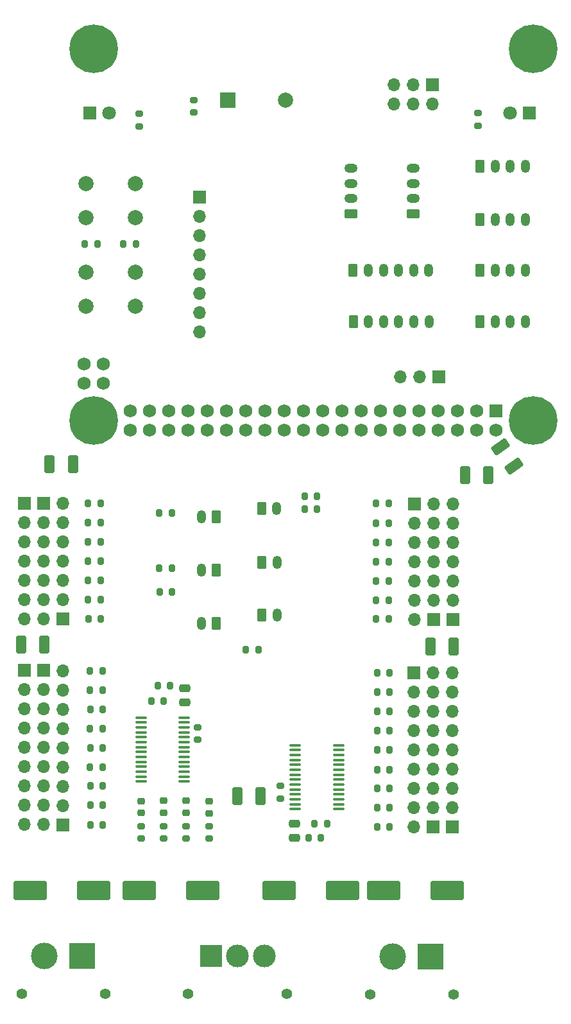
<source format=gbr>
%TF.GenerationSoftware,KiCad,Pcbnew,8.0.1*%
%TF.CreationDate,2024-08-18T09:48:25+02:00*%
%TF.ProjectId,robal_rpi_ioBoard,726f6261-6c5f-4727-9069-5f696f426f61,rev?*%
%TF.SameCoordinates,Original*%
%TF.FileFunction,Soldermask,Top*%
%TF.FilePolarity,Negative*%
%FSLAX46Y46*%
G04 Gerber Fmt 4.6, Leading zero omitted, Abs format (unit mm)*
G04 Created by KiCad (PCBNEW 8.0.1) date 2024-08-18 09:48:25*
%MOMM*%
%LPD*%
G01*
G04 APERTURE LIST*
G04 Aperture macros list*
%AMRoundRect*
0 Rectangle with rounded corners*
0 $1 Rounding radius*
0 $2 $3 $4 $5 $6 $7 $8 $9 X,Y pos of 4 corners*
0 Add a 4 corners polygon primitive as box body*
4,1,4,$2,$3,$4,$5,$6,$7,$8,$9,$2,$3,0*
0 Add four circle primitives for the rounded corners*
1,1,$1+$1,$2,$3*
1,1,$1+$1,$4,$5*
1,1,$1+$1,$6,$7*
1,1,$1+$1,$8,$9*
0 Add four rect primitives between the rounded corners*
20,1,$1+$1,$2,$3,$4,$5,0*
20,1,$1+$1,$4,$5,$6,$7,0*
20,1,$1+$1,$6,$7,$8,$9,0*
20,1,$1+$1,$8,$9,$2,$3,0*%
G04 Aperture macros list end*
%ADD10RoundRect,0.200000X0.200000X0.275000X-0.200000X0.275000X-0.200000X-0.275000X0.200000X-0.275000X0*%
%ADD11RoundRect,0.218750X-0.256250X0.218750X-0.256250X-0.218750X0.256250X-0.218750X0.256250X0.218750X0*%
%ADD12RoundRect,0.200000X-0.200000X-0.275000X0.200000X-0.275000X0.200000X0.275000X-0.200000X0.275000X0*%
%ADD13RoundRect,0.250000X0.412500X0.925000X-0.412500X0.925000X-0.412500X-0.925000X0.412500X-0.925000X0*%
%ADD14R,1.700000X1.700000*%
%ADD15O,1.700000X1.700000*%
%ADD16RoundRect,0.200000X-0.275000X0.200000X-0.275000X-0.200000X0.275000X-0.200000X0.275000X0.200000X0*%
%ADD17C,1.400000*%
%ADD18R,3.500000X3.500000*%
%ADD19C,3.500000*%
%ADD20RoundRect,0.250000X-0.350000X-0.625000X0.350000X-0.625000X0.350000X0.625000X-0.350000X0.625000X0*%
%ADD21O,1.200000X1.750000*%
%ADD22R,3.000000X3.000000*%
%ADD23C,3.000000*%
%ADD24R,1.800000X1.800000*%
%ADD25C,1.800000*%
%ADD26RoundRect,0.250000X0.625000X-0.350000X0.625000X0.350000X-0.625000X0.350000X-0.625000X-0.350000X0*%
%ADD27O,1.750000X1.200000*%
%ADD28RoundRect,0.102000X0.762000X0.762000X-0.762000X0.762000X-0.762000X-0.762000X0.762000X-0.762000X0*%
%ADD29C,1.728000*%
%ADD30C,6.404000*%
%ADD31RoundRect,0.250000X0.350000X0.625000X-0.350000X0.625000X-0.350000X-0.625000X0.350000X-0.625000X0*%
%ADD32RoundRect,0.250000X-0.412500X-0.925000X0.412500X-0.925000X0.412500X0.925000X-0.412500X0.925000X0*%
%ADD33RoundRect,0.250000X-0.475000X0.250000X-0.475000X-0.250000X0.475000X-0.250000X0.475000X0.250000X0*%
%ADD34RoundRect,0.250000X1.950000X1.000000X-1.950000X1.000000X-1.950000X-1.000000X1.950000X-1.000000X0*%
%ADD35R,2.000000X2.000000*%
%ADD36C,2.000000*%
%ADD37RoundRect,0.250000X-1.950000X-1.000000X1.950000X-1.000000X1.950000X1.000000X-1.950000X1.000000X0*%
%ADD38RoundRect,0.100000X0.637500X0.100000X-0.637500X0.100000X-0.637500X-0.100000X0.637500X-0.100000X0*%
%ADD39RoundRect,0.250000X0.475000X-0.250000X0.475000X0.250000X-0.475000X0.250000X-0.475000X-0.250000X0*%
%ADD40RoundRect,0.250000X-0.994316X-0.192658X-0.521115X-0.868458X0.994316X0.192658X0.521115X0.868458X0*%
%ADD41RoundRect,0.200000X0.275000X-0.200000X0.275000X0.200000X-0.275000X0.200000X-0.275000X-0.200000X0*%
%ADD42RoundRect,0.100000X-0.637500X-0.100000X0.637500X-0.100000X0.637500X0.100000X-0.637500X0.100000X0*%
G04 APERTURE END LIST*
D10*
%TO.C,R50*%
X48250000Y-73750000D03*
X46600000Y-73750000D03*
%TD*%
D11*
%TO.C,5V1*%
X60000000Y-147175000D03*
X60000000Y-148750000D03*
%TD*%
D12*
%TO.C,R24*%
X76924129Y-150220191D03*
X78574129Y-150220191D03*
%TD*%
%TO.C,R51*%
X75600000Y-107000000D03*
X77250000Y-107000000D03*
%TD*%
D10*
%TO.C,R14*%
X48662155Y-110466823D03*
X47012155Y-110466823D03*
%TD*%
D12*
%TO.C,R38*%
X85023592Y-120721794D03*
X86673592Y-120721794D03*
%TD*%
D10*
%TO.C,R23*%
X77769714Y-152092283D03*
X76119714Y-152092283D03*
%TD*%
D13*
%TO.C,C5*%
X45037500Y-102750000D03*
X41962500Y-102750000D03*
%TD*%
D10*
%TO.C,R15*%
X48662155Y-118086823D03*
X47012155Y-118086823D03*
%TD*%
%TO.C,R13*%
X48989539Y-147781634D03*
X47339539Y-147781634D03*
%TD*%
%TO.C,R20*%
X48662155Y-120626823D03*
X47012155Y-120626823D03*
%TD*%
D14*
%TO.C,GY-87*%
X61750000Y-67590000D03*
D15*
X61750000Y-70130000D03*
X61750000Y-72670000D03*
X61750000Y-75210000D03*
X61750000Y-77750000D03*
X61750000Y-80290000D03*
X61750000Y-82830000D03*
X61750000Y-85370000D03*
%TD*%
D14*
%TO.C,J1*%
X93275000Y-91250000D03*
D15*
X90735000Y-91250000D03*
X88195000Y-91250000D03*
%TD*%
D10*
%TO.C,R3*%
X57000000Y-134000000D03*
X55350000Y-134000000D03*
%TD*%
D16*
%TO.C,R28*%
X60000000Y-150500000D03*
X60000000Y-152150000D03*
%TD*%
D17*
%TO.C,J2*%
X49250000Y-172600000D03*
X38250000Y-172600000D03*
D18*
X46250000Y-167600000D03*
D19*
X41250000Y-167600000D03*
%TD*%
D16*
%TO.C,R26*%
X56981717Y-150500000D03*
X56981717Y-152150000D03*
%TD*%
D14*
%TO.C,PCA_2_G_CONN1*%
X95089924Y-150627528D03*
D15*
X95089924Y-148087528D03*
X95089924Y-145547528D03*
X95089924Y-143007528D03*
X95089924Y-140467528D03*
X95089924Y-137927528D03*
X95089924Y-135387528D03*
X95089924Y-132847528D03*
X95089924Y-130307528D03*
%TD*%
D16*
%TO.C,R21*%
X98500000Y-56500000D03*
X98500000Y-58150000D03*
%TD*%
D14*
%TO.C,PCA_1_V_CONN2*%
X41190000Y-107913250D03*
D15*
X41190000Y-110453250D03*
X41190000Y-112993250D03*
X41190000Y-115533250D03*
X41190000Y-118073250D03*
X41190000Y-120613250D03*
X41190000Y-123153250D03*
%TD*%
D20*
%TO.C,J8*%
X98750000Y-77250000D03*
D21*
X100750000Y-77250000D03*
X102750000Y-77250000D03*
X104750000Y-77250000D03*
%TD*%
D17*
%TO.C,J4*%
X73250000Y-172625000D03*
X60250000Y-172625000D03*
D22*
X63250000Y-167625000D03*
D23*
X66750000Y-167625000D03*
X70250000Y-167625000D03*
%TD*%
D24*
%TO.C,D7*%
X47250000Y-56500000D03*
D25*
X49790000Y-56500000D03*
%TD*%
D14*
%TO.C,PCA_1_G_CONN1*%
X38650000Y-130000000D03*
D15*
X38650000Y-132540000D03*
X38650000Y-135080000D03*
X38650000Y-137620000D03*
X38650000Y-140160000D03*
X38650000Y-142700000D03*
X38650000Y-145240000D03*
X38650000Y-147780000D03*
X38650000Y-150320000D03*
%TD*%
D20*
%TO.C,J7*%
X98750000Y-84000000D03*
D21*
X100750000Y-84000000D03*
X102750000Y-84000000D03*
X104750000Y-84000000D03*
%TD*%
D10*
%TO.C,R7*%
X48989539Y-145241634D03*
X47339539Y-145241634D03*
%TD*%
D14*
%TO.C,PCA_2_V_CONN2*%
X92623592Y-123240000D03*
D15*
X92623592Y-120700000D03*
X92623592Y-118160000D03*
X92623592Y-115620000D03*
X92623592Y-113080000D03*
X92623592Y-110540000D03*
X92623592Y-108000000D03*
%TD*%
D12*
%TO.C,R39*%
X85023592Y-113101794D03*
X86673592Y-113101794D03*
%TD*%
%TO.C,R37*%
X85163592Y-132803900D03*
X86813592Y-132803900D03*
%TD*%
D26*
%TO.C,J11*%
X89950000Y-69750000D03*
D27*
X89950000Y-67750000D03*
X89950000Y-65750000D03*
X89950000Y-63750000D03*
%TD*%
D10*
%TO.C,R5*%
X48947539Y-130049634D03*
X47297539Y-130049634D03*
%TD*%
D28*
%TO.C,U1*%
X100892500Y-95732500D03*
D29*
X100892500Y-98272500D03*
X98352500Y-95732500D03*
X98352500Y-98272500D03*
X95812500Y-95732500D03*
X95812500Y-98272500D03*
X93272500Y-95732500D03*
X93272500Y-98272500D03*
X90732500Y-95732500D03*
X90732500Y-98272500D03*
X88192500Y-95732500D03*
X88192500Y-98272500D03*
X85652500Y-95732500D03*
X85652500Y-98272500D03*
X83112500Y-95732500D03*
X83112500Y-98272500D03*
X80572500Y-95732500D03*
X80572500Y-98272500D03*
X78032500Y-95732500D03*
X78032500Y-98272500D03*
X75492500Y-95732500D03*
X75492500Y-98272500D03*
X72952500Y-95732500D03*
X72952500Y-98272500D03*
X70412500Y-95732500D03*
X70412500Y-98272500D03*
X67872500Y-95732500D03*
X67872500Y-98272500D03*
X65332500Y-95732500D03*
X65332500Y-98272500D03*
X62792500Y-95732500D03*
X62792500Y-98272500D03*
X60252500Y-95732500D03*
X60252500Y-98272500D03*
X57712500Y-95732500D03*
X57712500Y-98272500D03*
X55172500Y-95732500D03*
X55172500Y-98272500D03*
X52632500Y-95732500D03*
X52632500Y-98272500D03*
X46532500Y-89609500D03*
X46532500Y-92149500D03*
X49072500Y-89609500D03*
X49072500Y-92149500D03*
D30*
X105762500Y-97002500D03*
X47762500Y-97002500D03*
X47762500Y-48002500D03*
X105762500Y-48002500D03*
%TD*%
D31*
%TO.C,TS_1*%
X63973244Y-109750787D03*
D21*
X61973244Y-109750787D03*
%TD*%
D20*
%TO.C,SPI_CONN1*%
X82003646Y-77253445D03*
D21*
X84003646Y-77253445D03*
X86003646Y-77253445D03*
X88003646Y-77253445D03*
X90003646Y-77253445D03*
X92003646Y-77253445D03*
%TD*%
D32*
%TO.C,C10*%
X96800000Y-104200000D03*
X99875000Y-104200000D03*
%TD*%
D31*
%TO.C,TS_3*%
X63973244Y-123750787D03*
D21*
X61973244Y-123750787D03*
%TD*%
D10*
%TO.C,R12*%
X48989539Y-140209634D03*
X47339539Y-140209634D03*
%TD*%
D33*
%TO.C,C4*%
X74307123Y-150180037D03*
X74307123Y-152080037D03*
%TD*%
D34*
%TO.C,C3*%
X47800000Y-159000000D03*
X39400000Y-159000000D03*
%TD*%
D20*
%TO.C,J5*%
X98750000Y-70500000D03*
D21*
X100750000Y-70500000D03*
X102750000Y-70500000D03*
X104750000Y-70500000D03*
%TD*%
D16*
%TO.C,R4*%
X54000000Y-150500000D03*
X54000000Y-152150000D03*
%TD*%
D12*
%TO.C,R32*%
X85036660Y-123220592D03*
X86686660Y-123220592D03*
%TD*%
D14*
%TO.C,J9*%
X92500000Y-52750000D03*
D15*
X92500000Y-55290000D03*
X89960000Y-52750000D03*
X89960000Y-55290000D03*
X87420000Y-52750000D03*
X87420000Y-55290000D03*
%TD*%
D12*
%TO.C,R42*%
X85163592Y-130263900D03*
X86813592Y-130263900D03*
%TD*%
D10*
%TO.C,R47*%
X58075000Y-116500000D03*
X56425000Y-116500000D03*
%TD*%
%TO.C,R6*%
X48947539Y-137669634D03*
X47297539Y-137669634D03*
%TD*%
D13*
%TO.C,C2*%
X41252588Y-126566306D03*
X38177588Y-126566306D03*
%TD*%
D10*
%TO.C,R48*%
X58101411Y-119675705D03*
X56451411Y-119675705D03*
%TD*%
D24*
%TO.C,D2*%
X105275000Y-56500000D03*
D25*
X102735000Y-56500000D03*
%TD*%
D12*
%TO.C,R36*%
X85163592Y-140423900D03*
X86813592Y-140423900D03*
%TD*%
D10*
%TO.C,R10*%
X48704155Y-123166823D03*
X47054155Y-123166823D03*
%TD*%
D11*
%TO.C,6V_1*%
X54000000Y-147212500D03*
X54000000Y-148787500D03*
%TD*%
D10*
%TO.C,R19*%
X48662155Y-113006823D03*
X47012155Y-113006823D03*
%TD*%
D20*
%TO.C,TS_5*%
X69973244Y-115750787D03*
D21*
X71973244Y-115750787D03*
%TD*%
D35*
%TO.C,BZ1*%
X65500000Y-54750000D03*
D36*
X73100000Y-54750000D03*
%TD*%
%TO.C,SW1*%
X46750000Y-77500000D03*
X53250000Y-77500000D03*
X46750000Y-82000000D03*
X53250000Y-82000000D03*
%TD*%
D34*
%TO.C,C11*%
X80600000Y-159000000D03*
X72200000Y-159000000D03*
%TD*%
D10*
%TO.C,R17*%
X48947539Y-142749634D03*
X47297539Y-142749634D03*
%TD*%
D37*
%TO.C,C6*%
X86000000Y-159000000D03*
X94400000Y-159000000D03*
%TD*%
D12*
%TO.C,R29*%
X85185675Y-150605891D03*
X86835675Y-150605891D03*
%TD*%
D38*
%TO.C,PCA_2*%
X80083530Y-148282528D03*
X80083530Y-147632528D03*
X80083530Y-146982528D03*
X80083530Y-146332528D03*
X80083530Y-145682528D03*
X80083530Y-145032528D03*
X80083530Y-144382528D03*
X80083530Y-143732528D03*
X80083530Y-143082528D03*
X80083530Y-142432528D03*
X80083530Y-141782528D03*
X80083530Y-141132528D03*
X80083530Y-140482528D03*
X80083530Y-139832528D03*
X74358530Y-139832528D03*
X74358530Y-140482528D03*
X74358530Y-141132528D03*
X74358530Y-141782528D03*
X74358530Y-142432528D03*
X74358530Y-143082528D03*
X74358530Y-143732528D03*
X74358530Y-144382528D03*
X74358530Y-145032528D03*
X74358530Y-145682528D03*
X74358530Y-146332528D03*
X74358530Y-146982528D03*
X74358530Y-147632528D03*
X74358530Y-148282528D03*
%TD*%
D12*
%TO.C,R31*%
X85163592Y-135343900D03*
X86813592Y-135343900D03*
%TD*%
%TO.C,R52*%
X75600000Y-108750000D03*
X77250000Y-108750000D03*
%TD*%
%TO.C,R33*%
X85023592Y-115641794D03*
X86673592Y-115641794D03*
%TD*%
D10*
%TO.C,R9*%
X48662155Y-115546823D03*
X47012155Y-115546823D03*
%TD*%
D11*
%TO.C,3.3V1*%
X57000000Y-147175000D03*
X57000000Y-148750000D03*
%TD*%
D16*
%TO.C,R25*%
X53750000Y-56600000D03*
X53750000Y-58250000D03*
%TD*%
D39*
%TO.C,C1*%
X59803551Y-134197447D03*
X59803551Y-132297447D03*
%TD*%
D14*
%TO.C,PCA_1_S_CONN2*%
X43734434Y-123160863D03*
D15*
X43734434Y-120620863D03*
X43734434Y-118080863D03*
X43734434Y-115540863D03*
X43734434Y-113000863D03*
X43734434Y-110460863D03*
X43734434Y-107920863D03*
%TD*%
D14*
%TO.C,PCA_1_S_CONN1*%
X43734434Y-150332667D03*
D15*
X43734434Y-147792667D03*
X43734434Y-145252667D03*
X43734434Y-142712667D03*
X43734434Y-140172667D03*
X43734434Y-137632667D03*
X43734434Y-135092667D03*
X43734434Y-132552667D03*
X43734434Y-130012667D03*
%TD*%
D14*
%TO.C,PCA_2_G_CONN2*%
X95163592Y-123240000D03*
D15*
X95163592Y-120700000D03*
X95163592Y-118160000D03*
X95163592Y-115620000D03*
X95163592Y-113080000D03*
X95163592Y-110540000D03*
X95163592Y-108000000D03*
%TD*%
D14*
%TO.C,PCA_2_S_CONN1*%
X90000000Y-130310867D03*
D15*
X90000000Y-132850867D03*
X90000000Y-135390867D03*
X90000000Y-137930867D03*
X90000000Y-140470867D03*
X90000000Y-143010867D03*
X90000000Y-145550867D03*
X90000000Y-148090867D03*
X90000000Y-150630867D03*
%TD*%
D12*
%TO.C,R30*%
X85163592Y-143053900D03*
X86813592Y-143053900D03*
%TD*%
D26*
%TO.C,J10*%
X81700000Y-69750000D03*
D27*
X81700000Y-67750000D03*
X81700000Y-65750000D03*
X81700000Y-63750000D03*
%TD*%
D16*
%TO.C,R22*%
X72409503Y-145235815D03*
X72409503Y-146885815D03*
%TD*%
D12*
%TO.C,R49*%
X51675000Y-73750000D03*
X53325000Y-73750000D03*
%TD*%
D14*
%TO.C,PCA_1_G_CONN2*%
X38650000Y-107913250D03*
D15*
X38650000Y-110453250D03*
X38650000Y-112993250D03*
X38650000Y-115533250D03*
X38650000Y-118073250D03*
X38650000Y-120613250D03*
X38650000Y-123153250D03*
%TD*%
D40*
%TO.C,C13*%
X101436252Y-100481108D03*
X103200000Y-103000000D03*
%TD*%
D20*
%TO.C,J6*%
X98750000Y-63500000D03*
D21*
X100750000Y-63500000D03*
X102750000Y-63500000D03*
X104750000Y-63500000D03*
%TD*%
D12*
%TO.C,R34*%
X85038042Y-107974393D03*
X86688042Y-107974393D03*
%TD*%
D41*
%TO.C,R45*%
X61000000Y-56400000D03*
X61000000Y-54750000D03*
%TD*%
D36*
%TO.C,SW2*%
X53250000Y-70250000D03*
X46750000Y-70250000D03*
X53250000Y-65750000D03*
X46750000Y-65750000D03*
%TD*%
D12*
%TO.C,R2*%
X56230032Y-132000000D03*
X57880032Y-132000000D03*
%TD*%
D41*
%TO.C,R1*%
X61500000Y-139150000D03*
X61500000Y-137500000D03*
%TD*%
D37*
%TO.C,C12*%
X53800000Y-159000000D03*
X62200000Y-159000000D03*
%TD*%
D20*
%TO.C,SPI_CONN0*%
X82016221Y-83991405D03*
D21*
X84016221Y-83991405D03*
X86016221Y-83991405D03*
X88016221Y-83991405D03*
X90016221Y-83991405D03*
X92016221Y-83991405D03*
%TD*%
D12*
%TO.C,R41*%
X85163592Y-137883900D03*
X86813592Y-137883900D03*
%TD*%
%TO.C,R43*%
X85023592Y-118181794D03*
X86673592Y-118181794D03*
%TD*%
D42*
%TO.C,PCA_1*%
X54000000Y-136200000D03*
X54000000Y-136850000D03*
X54000000Y-137500000D03*
X54000000Y-138150000D03*
X54000000Y-138800000D03*
X54000000Y-139450000D03*
X54000000Y-140100000D03*
X54000000Y-140750000D03*
X54000000Y-141400000D03*
X54000000Y-142050000D03*
X54000000Y-142700000D03*
X54000000Y-143350000D03*
X54000000Y-144000000D03*
X54000000Y-144650000D03*
X59725000Y-144650000D03*
X59725000Y-144000000D03*
X59725000Y-143350000D03*
X59725000Y-142700000D03*
X59725000Y-142050000D03*
X59725000Y-141400000D03*
X59725000Y-140750000D03*
X59725000Y-140100000D03*
X59725000Y-139450000D03*
X59725000Y-138800000D03*
X59725000Y-138150000D03*
X59725000Y-137500000D03*
X59725000Y-136850000D03*
X59725000Y-136200000D03*
%TD*%
D14*
%TO.C,PCA_2_V_CONN1*%
X92549924Y-150627528D03*
D15*
X92549924Y-148087528D03*
X92549924Y-145547528D03*
X92549924Y-143007528D03*
X92549924Y-140467528D03*
X92549924Y-137927528D03*
X92549924Y-135387528D03*
X92549924Y-132847528D03*
X92549924Y-130307528D03*
%TD*%
D32*
%TO.C,C7*%
X66725000Y-146600000D03*
X69800000Y-146600000D03*
%TD*%
D11*
%TO.C,6V_2*%
X63000000Y-147250000D03*
X63000000Y-148825000D03*
%TD*%
D12*
%TO.C,R40*%
X85163592Y-145503900D03*
X86813592Y-145503900D03*
%TD*%
%TO.C,R44*%
X85023592Y-110561794D03*
X86673592Y-110561794D03*
%TD*%
D31*
%TO.C,TS_2*%
X63973244Y-116750787D03*
D21*
X61973244Y-116750787D03*
%TD*%
D10*
%TO.C,R46*%
X58075000Y-109250000D03*
X56425000Y-109250000D03*
%TD*%
%TO.C,R53*%
X69500000Y-127250000D03*
X67850000Y-127250000D03*
%TD*%
%TO.C,R16*%
X48989539Y-135129634D03*
X47339539Y-135129634D03*
%TD*%
%TO.C,R8*%
X48662155Y-107926823D03*
X47012155Y-107926823D03*
%TD*%
D14*
%TO.C,PCA_1_V_CONN1*%
X41190000Y-130000000D03*
D15*
X41190000Y-132540000D03*
X41190000Y-135080000D03*
X41190000Y-137620000D03*
X41190000Y-140160000D03*
X41190000Y-142700000D03*
X41190000Y-145240000D03*
X41190000Y-147780000D03*
X41190000Y-150320000D03*
%TD*%
D10*
%TO.C,R18*%
X48989539Y-150369634D03*
X47339539Y-150369634D03*
%TD*%
D20*
%TO.C,TS_4*%
X69920192Y-108616430D03*
D21*
X71920192Y-108616430D03*
%TD*%
D20*
%TO.C,TS_6*%
X69973244Y-122700787D03*
D21*
X71973244Y-122700787D03*
%TD*%
D12*
%TO.C,R35*%
X85179882Y-148048494D03*
X86829882Y-148048494D03*
%TD*%
D14*
%TO.C,PCA_2_S_CONN2*%
X90074090Y-107995815D03*
D15*
X90074090Y-110535815D03*
X90074090Y-113075815D03*
X90074090Y-115615815D03*
X90074090Y-118155815D03*
X90074090Y-120695815D03*
X90074090Y-123235815D03*
%TD*%
D10*
%TO.C,R11*%
X48947539Y-132589634D03*
X47297539Y-132589634D03*
%TD*%
D32*
%TO.C,C9*%
X92212500Y-126815801D03*
X95287500Y-126815801D03*
%TD*%
D16*
%TO.C,R27*%
X63000000Y-150500000D03*
X63000000Y-152150000D03*
%TD*%
D17*
%TO.C,J3*%
X95250000Y-172700000D03*
X84250000Y-172700000D03*
D18*
X92250000Y-167700000D03*
D19*
X87250000Y-167700000D03*
%TD*%
M02*

</source>
